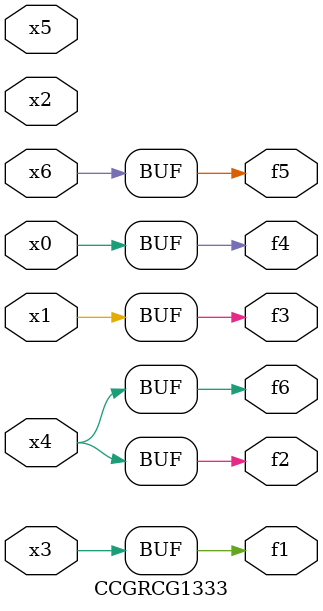
<source format=v>
module CCGRCG1333(
	input x0, x1, x2, x3, x4, x5, x6,
	output f1, f2, f3, f4, f5, f6
);
	assign f1 = x3;
	assign f2 = x4;
	assign f3 = x1;
	assign f4 = x0;
	assign f5 = x6;
	assign f6 = x4;
endmodule

</source>
